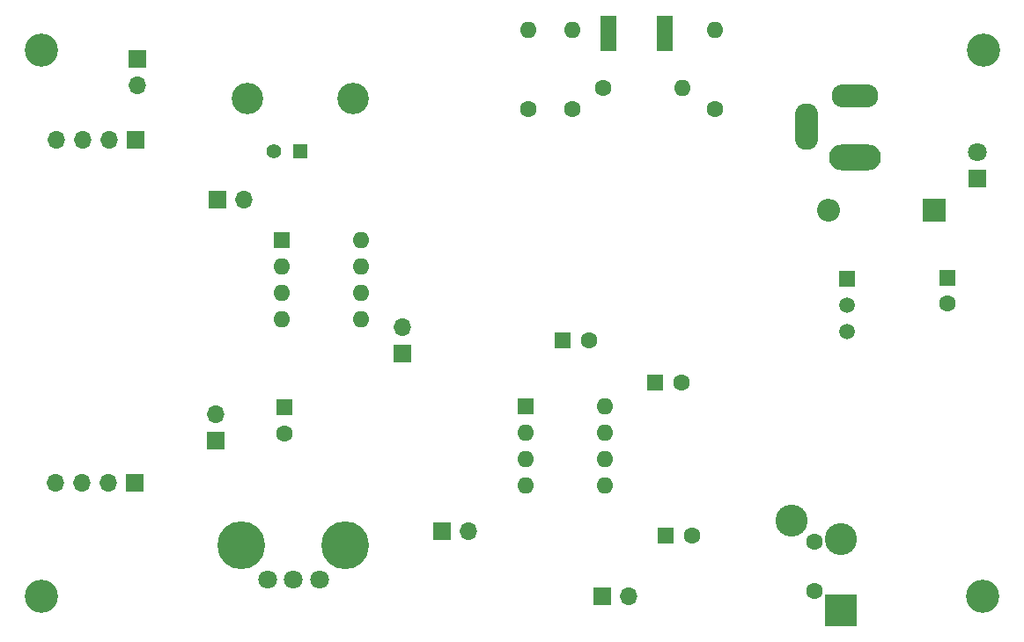
<source format=gbr>
%TF.GenerationSoftware,KiCad,Pcbnew,(6.0.7)*%
%TF.CreationDate,2024-07-20T13:04:08-04:00*%
%TF.ProjectId,DCV v2,44435620-7632-42e6-9b69-6361645f7063,rev?*%
%TF.SameCoordinates,Original*%
%TF.FileFunction,Soldermask,Bot*%
%TF.FilePolarity,Negative*%
%FSLAX46Y46*%
G04 Gerber Fmt 4.6, Leading zero omitted, Abs format (unit mm)*
G04 Created by KiCad (PCBNEW (6.0.7)) date 2024-07-20 13:04:08*
%MOMM*%
%LPD*%
G01*
G04 APERTURE LIST*
%ADD10R,1.700000X1.700000*%
%ADD11O,1.700000X1.700000*%
%ADD12R,1.600000X1.600000*%
%ADD13C,1.600000*%
%ADD14O,5.000000X2.500000*%
%ADD15O,4.500000X2.250000*%
%ADD16O,2.250000X4.500000*%
%ADD17O,1.600000X1.600000*%
%ADD18C,3.200000*%
%ADD19R,1.500000X1.500000*%
%ADD20C,1.500000*%
%ADD21C,4.600000*%
%ADD22C,1.800000*%
%ADD23R,1.398000X1.398000*%
%ADD24C,1.398000*%
%ADD25C,3.015000*%
%ADD26R,3.092000X3.092000*%
%ADD27C,3.092000*%
%ADD28R,1.500000X3.500000*%
%ADD29R,1.800000X1.800000*%
%ADD30R,2.200000X2.200000*%
%ADD31O,2.200000X2.200000*%
G04 APERTURE END LIST*
D10*
%TO.C,J10*%
X140716000Y-101600000D03*
D11*
X143256000Y-101600000D03*
%TD*%
D12*
%TO.C,C7*%
X189333500Y-77240349D03*
D13*
X189333500Y-79740349D03*
%TD*%
D12*
%TO.C,C11*%
X161216500Y-87302500D03*
D13*
X163716500Y-87302500D03*
%TD*%
D14*
%TO.C,J4*%
X180443500Y-65693000D03*
D15*
X180443500Y-59693000D03*
D16*
X175743500Y-62693000D03*
%TD*%
D13*
%TO.C,R4*%
X156210000Y-58928000D03*
D17*
X163830000Y-58928000D03*
%TD*%
D13*
%TO.C,R9*%
X149034500Y-60960000D03*
D17*
X149034500Y-53340000D03*
%TD*%
D18*
%TO.C,H4*%
X192786000Y-55308500D03*
%TD*%
%TO.C,H3*%
X192722500Y-107886500D03*
%TD*%
D12*
%TO.C,U4*%
X148780500Y-89598500D03*
D17*
X148780500Y-92138500D03*
X148780500Y-94678500D03*
X148780500Y-97218500D03*
X156400500Y-97218500D03*
X156400500Y-94678500D03*
X156400500Y-92138500D03*
X156400500Y-89598500D03*
%TD*%
D18*
%TO.C,H2*%
X102171500Y-107886500D03*
%TD*%
D19*
%TO.C,U3*%
X179681500Y-77377000D03*
D20*
X179681500Y-79917000D03*
X179681500Y-82457000D03*
%TD*%
D10*
%TO.C,J6*%
X136906000Y-84518500D03*
D11*
X136906000Y-81978500D03*
%TD*%
D12*
%TO.C,C15*%
X162232500Y-102034500D03*
D13*
X164732500Y-102034500D03*
%TD*%
D10*
%TO.C,J7*%
X118999000Y-92905500D03*
D11*
X118999000Y-90365500D03*
%TD*%
D18*
%TO.C,H1*%
X102171500Y-55308500D03*
%TD*%
D21*
%TO.C,RV1*%
X121453500Y-102986000D03*
X131453500Y-102986000D03*
D22*
X123953500Y-106286000D03*
X126453500Y-106286000D03*
X128953500Y-106286000D03*
%TD*%
D23*
%TO.C,J1*%
X127114300Y-65089000D03*
D24*
X124574300Y-65089000D03*
D25*
X122034300Y-60009000D03*
X132194300Y-60009000D03*
%TD*%
D13*
%TO.C,J5*%
X176570500Y-102685500D03*
X176570500Y-107385500D03*
D26*
X179070500Y-109285500D03*
D27*
X179070500Y-102385500D03*
X174370500Y-100585500D03*
%TD*%
D13*
%TO.C,R3*%
X153225500Y-60960000D03*
D17*
X153225500Y-53340000D03*
%TD*%
D12*
%TO.C,C3*%
X125564900Y-89715849D03*
D13*
X125564900Y-92215849D03*
%TD*%
D12*
%TO.C,U2*%
X125320900Y-73606500D03*
D17*
X125320900Y-76146500D03*
X125320900Y-78686500D03*
X125320900Y-81226500D03*
X132940900Y-81226500D03*
X132940900Y-78686500D03*
X132940900Y-76146500D03*
X132940900Y-73606500D03*
%TD*%
D28*
%TO.C,J3*%
X162148500Y-53685000D03*
X156748500Y-53685000D03*
%TD*%
D29*
%TO.C,D1*%
X192163700Y-67703700D03*
D22*
X192163700Y-65163700D03*
%TD*%
D30*
%TO.C,D2*%
X188063500Y-70773000D03*
D31*
X177903500Y-70773000D03*
%TD*%
D10*
%TO.C,J9*%
X156141500Y-107886500D03*
D11*
X158681500Y-107886500D03*
%TD*%
D12*
%TO.C,C12*%
X152326500Y-83238500D03*
D13*
X154826500Y-83238500D03*
%TD*%
%TO.C,R5*%
X167005000Y-60960000D03*
D17*
X167005000Y-53340000D03*
%TD*%
D10*
%TO.C,U1*%
X111259900Y-63944500D03*
D11*
X108719900Y-63944500D03*
X106179900Y-63944500D03*
X103639900Y-63944500D03*
X103593900Y-96964500D03*
X106133900Y-96964500D03*
X108673900Y-96964500D03*
D10*
X111213900Y-96964500D03*
%TD*%
%TO.C,J8*%
X111442500Y-56129000D03*
D11*
X111442500Y-58669000D03*
%TD*%
D10*
%TO.C,J2*%
X119121000Y-69723000D03*
D11*
X121661000Y-69723000D03*
%TD*%
M02*

</source>
